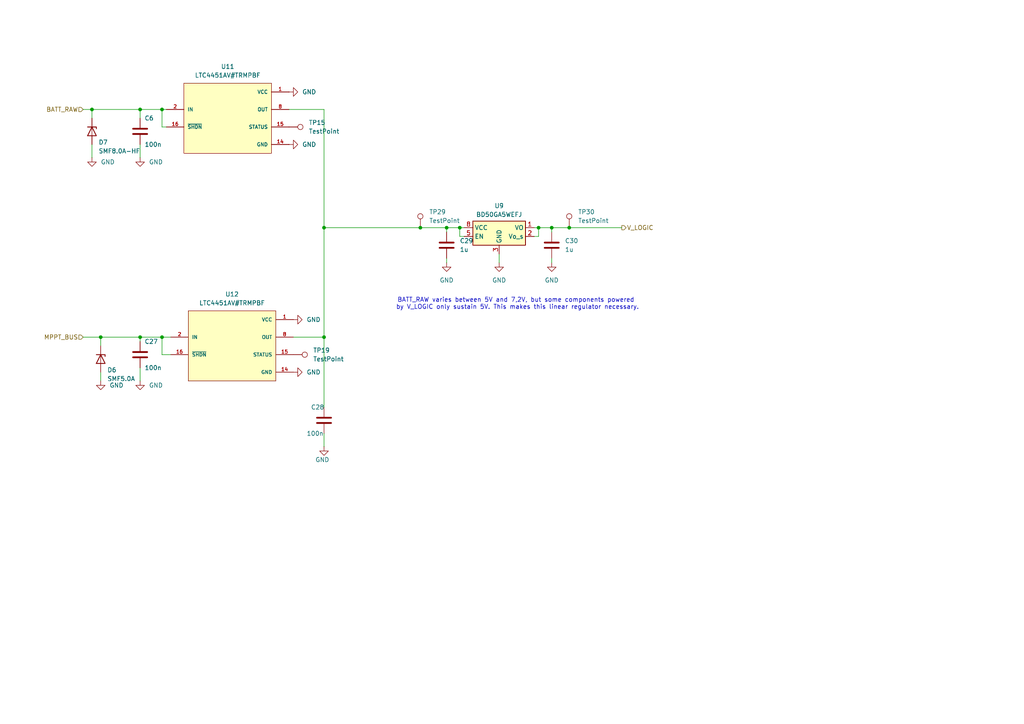
<source format=kicad_sch>
(kicad_sch (version 20231120) (generator "eeschema") (generator_version "8.0")
  (paper "A4")
  (lib_symbols
    (symbol "Connector:TestPoint" (pin_numbers hide) (pin_names (offset 0.762) hide)
      (property "Reference" "TP" (at 0 6.858 0))
      (property "Value" "TestPoint" (at 0 5.08 0))
      (symbol "TestPoint_0_1"
        (circle (center 0 3.302) (radius 0.762))
      )
      (symbol "TestPoint_1_1"
        (pin passive line (at 0 0 90) (length 2.54) (name "1") (number "1"))
      )
    )
    (symbol "Device:C" (pin_numbers hide) (pin_names (offset 0.254))
      (property "Reference" "C" (at 0.635 2.54 0))
      (property "Value" "C" (at 0.635 -2.54 0))
      (symbol "C_0_1"
        (polyline (pts (xy -2.032 -0.762) (xy 2.032 -0.762)) (stroke (width 0.508)))
        (polyline (pts (xy -2.032 0.762) (xy 2.032 0.762)) (stroke (width 0.508)))
      )
      (symbol "C_1_1"
        (pin passive line (at 0 3.81 270) (length 2.794) (name "~") (number "1"))
        (pin passive line (at 0 -3.81 90) (length 2.794) (name "~") (number "2"))
      )
    )
    (symbol "Device:D_Zener" (pin_numbers hide) (pin_names (offset 1.016) hide)
      (property "Reference" "D" (at 0 2.54 0))
      (property "Value" "D_Zener" (at 0 -2.54 0))
      (symbol "D_Zener_0_1"
        (polyline (pts (xy 1.27 0) (xy -1.27 0)))
        (polyline (pts (xy -1.27 -1.27) (xy -1.27 1.27) (xy -0.762 1.27)) (stroke (width 0.254)))
        (polyline (pts (xy 1.27 -1.27) (xy 1.27 1.27) (xy -1.27 0) (xy 1.27 -1.27)) (stroke (width 0.254)))
      )
      (symbol "D_Zener_1_1"
        (pin passive line (at -3.81 0 0) (length 2.54) (name "K") (number "1"))
        (pin passive line (at 3.81 0 180) (length 2.54) (name "A") (number "2"))
      )
    )
    (symbol "Regulator_Linear:BD50GA5WEFJ"
      (property "Reference" "U" (at 0 6.35 0))
      (property "Value" "BD50GA5WEFJ" (at 0 3.81 0))
      (symbol "BD50GA5WEFJ_1_1"
        (rectangle (start -7.62 -5.08) (end 7.62 1.905) (stroke (width 0.254)) (fill (type background)))
        (pin power_out line (at 10.16 0 180) (length 2.54) (name "VO") (number "1"))
        (pin input line (at 10.16 -2.54 180) (length 2.54) (name "Vo_s") (number "2"))
        (pin power_in line (at 0 -7.62 90) (length 2.54) (name "GND") (number "3"))
        (pin passive line (at 0 -7.62 90) (length 2.54) hide (name "GND") (number "4"))
        (pin input line (at -10.16 -2.54 0) (length 2.54) (name "EN") (number "5"))
        (pin passive line (at 0 -7.62 90) (length 2.54) hide (name "GND") (number "6"))
        (pin passive line (at 0 -7.62 90) (length 2.54) hide (name "GND") (number "7"))
        (pin power_in line (at -10.16 0 0) (length 2.54) (name "VCC") (number "8"))
        (pin passive line (at 0 -7.62 90) (length 2.54) hide (name "GND") (number "9"))
      )
    )
    (symbol "STS_Power_Management:LTC4451AV#TRMPBF" (pin_names (offset 1.016))
      (property "Reference" "U" (at -12.7 10.922 0))
      (property "Value" "LTC4451AV#TRMPBF" (at -12.7 -12.7 0))
      (symbol "LTC4451AV#TRMPBF_0_0"
        (rectangle (start -12.7 -10.16) (end 12.7 10.16) (stroke (width 0.1524)) (fill (type background)))
        (pin power_in line (at 17.78 7.62 180) (length 5.08) (name "VCC") (number "1"))
        (pin passive line (at 17.78 -7.62 180) (length 5.08) (name "GND") (number "14"))
        (pin output line (at 17.78 -2.54 180) (length 5.08) (name "STATUS") (number "15"))
        (pin input line (at -17.78 -2.54 0) (length 5.08) (name "~{SHDN}") (number "16"))
        (pin input line (at -17.78 2.54 0) (length 5.08) (name "IN") (number "2"))
        (pin power_out line (at 17.78 2.54 180) (length 5.08) (name "OUT") (number "8"))
      )
    )
    (symbol "power:GND" (power) (pin_numbers hide) (pin_names (offset 0) hide)
      (property "Value" "GND" (at 0 -3.81 0))
      (symbol "GND_0_1"
        (polyline (pts (xy 0 0) (xy 0 -1.27) (xy 1.27 -1.27) (xy 0 -2.54) (xy -1.27 -1.27) (xy 0 -1.27)))
      )
      (symbol "GND_1_1"
        (pin power_in line (at 0 0 270) (length 0) (name "~") (number "1"))
      )
    )
  )
  (junction (at 121.92 66.04))
  (junction (at 46.99 97.79))
  (junction (at 40.64 31.75))
  (junction (at 29.21 97.79))
  (junction (at 26.67 31.75))
  (junction (at 133.35 66.04))
  (junction (at 156.21 66.04))
  (junction (at 46.99 31.75))
  (junction (at 165.1 66.04))
  (junction (at 129.54 66.04))
  (junction (at 160.02 66.04))
  (junction (at 40.64 97.79))
  (junction (at 93.98 66.04))
  (junction (at 93.98 97.79))
  (wire (pts (xy 93.98 66.04) (xy 121.92 66.04)))
  (wire (pts (xy 46.99 36.83) (xy 46.99 31.75)))
  (wire (pts (xy 160.02 66.04) (xy 160.02 67.31)))
  (wire (pts (xy 29.21 107.95) (xy 29.21 110.49)))
  (wire (pts (xy 156.21 66.04) (xy 154.94 66.04)))
  (wire (pts (xy 40.64 106.68) (xy 40.64 110.49)))
  (wire (pts (xy 129.54 66.04) (xy 133.35 66.04)))
  (wire (pts (xy 83.82 31.75) (xy 93.98 31.75)))
  (wire (pts (xy 156.21 66.04) (xy 156.21 68.58)))
  (wire (pts (xy 93.98 31.75) (xy 93.98 66.04)))
  (wire (pts (xy 93.98 125.73) (xy 93.98 129.54)))
  (wire (pts (xy 93.98 97.79) (xy 93.98 118.11)))
  (wire (pts (xy 154.94 68.58) (xy 156.21 68.58)))
  (wire (pts (xy 46.99 97.79) (xy 49.53 97.79)))
  (wire (pts (xy 29.21 97.79) (xy 40.64 97.79)))
  (wire (pts (xy 26.67 45.72) (xy 26.67 41.91)))
  (wire (pts (xy 46.99 97.79) (xy 46.99 102.87)))
  (wire (pts (xy 46.99 31.75) (xy 48.26 31.75)))
  (wire (pts (xy 40.64 31.75) (xy 40.64 34.29)))
  (wire (pts (xy 121.92 66.04) (xy 129.54 66.04)))
  (wire (pts (xy 144.78 73.66) (xy 144.78 76.2)))
  (wire (pts (xy 129.54 66.04) (xy 129.54 67.31)))
  (wire (pts (xy 134.62 68.58) (xy 133.35 68.58)))
  (wire (pts (xy 40.64 41.91) (xy 40.64 45.72)))
  (wire (pts (xy 40.64 97.79) (xy 46.99 97.79)))
  (wire (pts (xy 133.35 66.04) (xy 134.62 66.04)))
  (wire (pts (xy 48.26 36.83) (xy 46.99 36.83)))
  (wire (pts (xy 46.99 102.87) (xy 49.53 102.87)))
  (wire (pts (xy 40.64 31.75) (xy 46.99 31.75)))
  (wire (pts (xy 93.98 97.79) (xy 85.09 97.79)))
  (wire (pts (xy 133.35 66.04) (xy 133.35 68.58)))
  (wire (pts (xy 24.13 97.79) (xy 29.21 97.79)))
  (wire (pts (xy 160.02 74.93) (xy 160.02 76.2)))
  (wire (pts (xy 24.13 31.75) (xy 26.67 31.75)))
  (wire (pts (xy 40.64 97.79) (xy 40.64 99.06)))
  (wire (pts (xy 26.67 31.75) (xy 40.64 31.75)))
  (wire (pts (xy 93.98 66.04) (xy 93.98 97.79)))
  (wire (pts (xy 29.21 97.79) (xy 29.21 100.33)))
  (wire (pts (xy 165.1 66.04) (xy 180.34 66.04)))
  (wire (pts (xy 160.02 66.04) (xy 165.1 66.04)))
  (wire (pts (xy 129.54 74.93) (xy 129.54 76.2)))
  (wire (pts (xy 156.21 66.04) (xy 160.02 66.04)))
  (wire (pts (xy 26.67 34.29) (xy 26.67 31.75)))
  (text "BATT_RAW varies between 5V and 7,2V, but some components powered \nby V_LOGIC only sustain 5V. This makes this linear regulator necessary." (at 150.114 88.138 0) (effects (font (size 1.27 1.27))))
  (hierarchical_label "MPPT_BUS" (shape input) (at 24.13 97.79 180))
  (hierarchical_label "V_LOGIC" (shape output) (at 180.34 66.04 0))
  (hierarchical_label "BATT_RAW" (shape input) (at 24.13 31.75 180))
  (symbol (lib_id "Connector:TestPoint") (at 83.82 36.83 270) (unit 1)
    (property "Reference" "TP15" (at 89.535 35.5599 90) (effects (justify left)))
    (property "Value" "TestPoint" (at 89.535 38.0999 90) (effects (justify left)))
    (property "Footprint" "TestPoint:TestPoint_THTPad_D1.0mm_Drill0.5mm" (effects (hide yes)))
  )
  (symbol (lib_id "power:GND") (at 83.82 41.91 90) (unit 1)
    (property "Reference" "#PWR087" (effects (hide yes)))
    (property "Value" "GND" (at 87.63 41.9099 90) (effects (justify right)))
    (property "Description" "Power symbol creates a global label with name \"GND\" , ground" (effects (hide yes)))
  )
  (symbol (lib_id "power:GND") (at 40.64 110.49 0) (unit 1)
    (property "Reference" "#PWR0119" (effects (hide yes)))
    (property "Value" "GND" (at 43.18 111.7599 0) (effects (justify left)))
    (property "Description" "Power symbol creates a global label with name \"GND\" , ground" (effects (hide yes)))
  )
  (symbol (lib_id "Connector:TestPoint") (at 165.1 66.04 0) (unit 1)
    (property "Reference" "TP30" (at 167.64 61.4679 0) (effects (justify left)))
    (property "Value" "TestPoint" (at 167.64 64.0079 0) (effects (justify left)))
    (property "Footprint" "TestPoint:TestPoint_THTPad_D1.0mm_Drill0.5mm" (effects (hide yes)))
  )
  (symbol (lib_id "Device:C") (at 40.64 38.1 0) (unit 1)
    (property "Reference" "C6" (at 41.91 34.29 0) (effects (justify left)))
    (property "Value" "100n" (at 41.91 41.91 0) (effects (justify left)))
    (property "Footprint" "Capacitor_SMD:C_0805_2012Metric" (effects (hide yes)))
    (property "Part Nr." "C0805T104K1RCLTU" (effects (hide yes)))
  )
  (symbol (lib_id "Connector:TestPoint") (at 121.92 66.04 0) (unit 1)
    (property "Reference" "TP29" (at 124.46 61.4679 0) (effects (justify left)))
    (property "Value" "TestPoint" (at 124.46 64.0079 0) (effects (justify left)))
    (property "Footprint" "TestPoint:TestPoint_THTPad_D1.0mm_Drill0.5mm" (effects (hide yes)))
  )
  (symbol (lib_id "power:GND") (at 93.98 129.54 0) (unit 1)
    (property "Reference" "#PWR0127" (effects (hide yes)))
    (property "Value" "GND" (at 91.44 133.35 0) (effects (justify left)))
    (property "Description" "Power symbol creates a global label with name \"GND\" , ground" (effects (hide yes)))
  )
  (symbol (lib_id "power:GND") (at 40.64 45.72 0) (unit 1)
    (property "Reference" "#PWR0118" (effects (hide yes)))
    (property "Value" "GND" (at 43.18 46.9899 0) (effects (justify left)))
    (property "Description" "Power symbol creates a global label with name \"GND\" , ground" (effects (hide yes)))
  )
  (symbol (lib_id "Device:C") (at 129.54 71.12 0) (unit 1)
    (property "Reference" "C29" (at 133.35 69.8499 0) (effects (justify left)))
    (property "Value" "1u" (at 133.35 72.3899 0) (effects (justify left)))
    (property "Footprint" "Capacitor_SMD:C_0805_2012Metric" (effects (hide yes)))
    (property "Part Nr." "C0805T105K4RALTU" (effects (hide yes)))
  )
  (symbol (lib_id "Device:C") (at 40.64 102.87 0) (unit 1)
    (property "Reference" "C27" (at 41.91 99.06 0) (effects (justify left)))
    (property "Value" "100n" (at 41.91 106.68 0) (effects (justify left)))
    (property "Footprint" "Capacitor_SMD:C_0805_2012Metric" (effects (hide yes)))
    (property "Part Nr." "C0805T104K1RCLTU" (effects (hide yes)))
  )
  (symbol (lib_id "power:GND") (at 160.02 76.2 0) (unit 1)
    (property "Reference" "#PWR0126" (effects (hide yes)))
    (property "Value" "GND" (at 160.02 81.28 0))
    (property "Description" "Power symbol creates a global label with name \"GND\" , ground" (effects (hide yes)))
  )
  (symbol (lib_id "Device:D_Zener") (at 26.67 38.1 270) (unit 1)
    (property "Reference" "D7" (at 28.575 41.275 90) (effects (justify left)))
    (property "Value" "SMF8.0A-HF" (at 28.575 43.815 90) (effects (justify left)))
    (property "Footprint" "Diode_SMD:D_SOD-123F" (effects (hide yes)))
  )
  (symbol (lib_id "Device:C") (at 93.98 121.92 0) (unit 1)
    (property "Reference" "C28" (at 90.17 118.11 0) (effects (justify left)))
    (property "Value" "100n" (at 88.9 125.73 0) (effects (justify left)))
    (property "Footprint" "Capacitor_SMD:C_0805_2012Metric" (effects (hide yes)))
    (property "Part Nr." "C0805T104K1RCLTU" (effects (hide yes)))
  )
  (symbol (lib_id "power:GND") (at 83.82 26.67 90) (unit 1)
    (property "Reference" "#PWR0125" (effects (hide yes)))
    (property "Value" "GND" (at 87.63 26.6699 90) (effects (justify right)))
    (property "Description" "Power symbol creates a global label with name \"GND\" , ground" (effects (hide yes)))
  )
  (symbol (lib_id "Connector:TestPoint") (at 85.09 102.87 270) (unit 1)
    (property "Reference" "TP19" (at 90.805 101.5999 90) (effects (justify left)))
    (property "Value" "TestPoint" (at 90.805 104.1399 90) (effects (justify left)))
    (property "Footprint" "TestPoint:TestPoint_THTPad_D1.0mm_Drill0.5mm" (effects (hide yes)))
  )
  (symbol (lib_id "power:GND") (at 129.54 76.2 0) (unit 1)
    (property "Reference" "#PWR0115" (effects (hide yes)))
    (property "Value" "GND" (at 129.54 81.28 0))
    (property "Description" "Power symbol creates a global label with name \"GND\" , ground" (effects (hide yes)))
  )
  (symbol (lib_id "power:GND") (at 85.09 107.95 90) (unit 1)
    (property "Reference" "#PWR0117" (effects (hide yes)))
    (property "Value" "GND" (at 88.9 107.9499 90) (effects (justify right)))
    (property "Description" "Power symbol creates a global label with name \"GND\" , ground" (effects (hide yes)))
  )
  (symbol (lib_id "power:GND") (at 144.78 76.2 0) (unit 1)
    (property "Reference" "#PWR0116" (effects (hide yes)))
    (property "Value" "GND" (at 144.78 81.28 0))
    (property "Description" "Power symbol creates a global label with name \"GND\" , ground" (effects (hide yes)))
  )
  (symbol (lib_id "Device:C") (at 160.02 71.12 0) (unit 1)
    (property "Reference" "C30" (at 163.83 69.8499 0) (effects (justify left)))
    (property "Value" "1u" (at 163.83 72.3899 0) (effects (justify left)))
    (property "Footprint" "Capacitor_SMD:C_0805_2012Metric" (effects (hide yes)))
    (property "Part Nr." "C0805T105K4RALTU" (effects (hide yes)))
  )
  (symbol (lib_id "power:GND") (at 29.21 110.49 0) (unit 1)
    (property "Reference" "#PWR0113" (effects (hide yes)))
    (property "Value" "GND" (at 31.75 111.7599 0) (effects (justify left)))
    (property "Description" "Power symbol creates a global label with name \"GND\" , ground" (effects (hide yes)))
  )
  (symbol (lib_id "Regulator_Linear:BD50GA5WEFJ") (at 144.78 66.04 0) (unit 1)
    (property "Reference" "U9" (at 144.78 59.69 0))
    (property "Value" "BD50GA5WEFJ" (at 144.78 62.23 0))
    (property "Footprint" "Package_SO:HTSOP-8-1EP_3.9x4.9mm_P1.27mm_EP2.4x3.2mm" (effects (hide yes)))
    (property "Datasheet" "http://rohmfs.rohm.com/en/products/databook/datasheet/ic/power/linear_regulator/bdxxga5wefj-e.pdf" (effects (hide yes)))
  )
  (symbol (lib_id "STS_Power_Management:LTC4451AV#TRMPBF") (at 66.04 34.29 0) (unit 1)
    (property "Reference" "U11" (at 66.04 19.304 0))
    (property "Value" "LTC4451AV#TRMPBF" (at 66.04 21.844 0))
    (property "Footprint" "STS_Package_DFN_QFN:AD_LQFN-16" (effects (hide yes)))
    (property "MANUFACTURER" "Analog Devices" (effects (hide yes)))
    (property "PARTREV" "0" (effects (hide yes)))
    (property "STANDARD" "Manufacturer Recommendations" (effects (hide yes)))
    (property "MAXIMUM_PACKAGE_HEIGHT" "0.85 mm" (effects (hide yes)))
  )
  (symbol (lib_id "Device:D_Zener") (at 29.21 104.14 270) (unit 1)
    (property "Reference" "D6" (at 31.115 107.315 90) (effects (justify left)))
    (property "Value" "SMF5.0A" (at 31.115 109.855 90) (effects (justify left)))
    (property "Footprint" "Diode_SMD:D_SMF" (effects (hide yes)))
  )
  (symbol (lib_id "power:GND") (at 85.09 92.71 90) (unit 1)
    (property "Reference" "#PWR0114" (effects (hide yes)))
    (property "Value" "GND" (at 88.9 92.7099 90) (effects (justify right)))
    (property "Description" "Power symbol creates a global label with name \"GND\" , ground" (effects (hide yes)))
  )
  (symbol (lib_id "STS_Power_Management:LTC4451AV#TRMPBF") (at 67.31 100.33 0) (unit 1)
    (property "Reference" "U12" (at 67.31 85.344 0))
    (property "Value" "LTC4451AV#TRMPBF" (at 67.31 87.884 0))
    (property "Footprint" "STS_Package_DFN_QFN:AD_LQFN-16" (effects (hide yes)))
    (property "MANUFACTURER" "Analog Devices" (effects (hide yes)))
    (property "PARTREV" "0" (effects (hide yes)))
    (property "STANDARD" "Manufacturer Recommendations" (effects (hide yes)))
    (property "MAXIMUM_PACKAGE_HEIGHT" "0.85 mm" (effects (hide yes)))
  )
  (symbol (lib_id "power:GND") (at 26.67 45.72 0) (unit 1)
    (property "Reference" "#PWR0112" (effects (hide yes)))
    (property "Value" "GND" (at 29.21 46.9899 0) (effects (justify left)))
    (property "Description" "Power symbol creates a global label with name \"GND\" , ground" (effects (hide yes)))
  )
)
</source>
